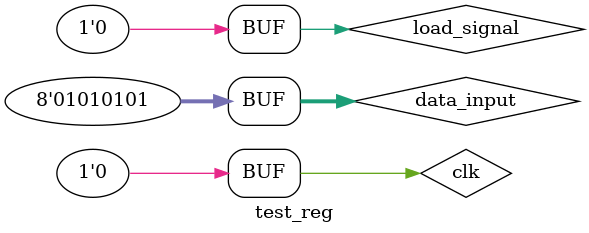
<source format=v>
`timescale 1ns/1ps

/* módulo de teste para a rom */
module test_reg;
    reg clk;
    reg load_signal;
    reg [7:0] data_input;
    wire [7:0] data_output;
	
	// instância da Unit Under Test
	register uut(
		.clk(clk),
		.load_signal(load_signal),
        .data_input(data_input),
        .data_output(data_output)
	);
	
	// 
	initial begin
        clk = 0;
        load_signal = 0;
        data_input = 8'b01010101;
		$monitor ("clk = %B; load = %B; data_output: %B", clk, load_signal, data_output);
		#100;

        clk = 1;
        load_signal = 0;
		$monitor ("clk = %B; load = %B; data_output: %B", clk, load_signal, data_output);
		#100;

        clk = 0;
        load_signal = 0;
		$monitor ("clk = %B; load = %B; data_output: %B", clk, load_signal, data_output);
		#100;

        clk = 0;
        load_signal = 1;
		$monitor ("clk = %B; load = %B; data_output: %B", clk, load_signal, data_output);
		#100;

        clk = 1;
        load_signal = 1;
		$monitor ("clk = %B; load = %B; data_output: %B", clk, load_signal, data_output);
		#100;

        clk = 0;
        load_signal = 1;
		$monitor ("clk = %B; load = %B; data_output: %B", clk, load_signal, data_output);
		#100;

        clk = 0;
        load_signal = 0;
		$monitor ("clk = %B; load = %B; data_output: %B", clk, load_signal, data_output);
		#100;
	end
endmodule
</source>
